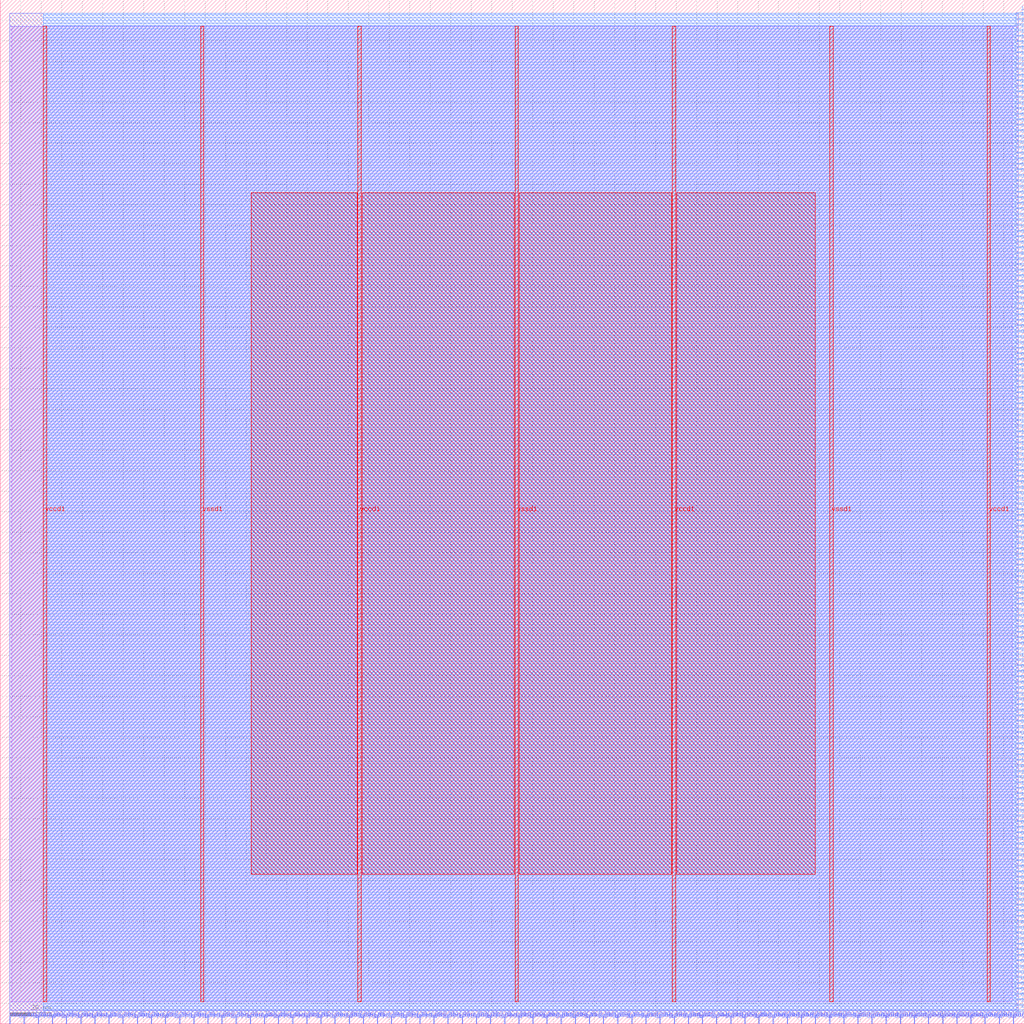
<source format=lef>
VERSION 5.7 ;
  NOWIREEXTENSIONATPIN ON ;
  DIVIDERCHAR "/" ;
  BUSBITCHARS "[]" ;
MACRO core
  CLASS BLOCK ;
  FOREIGN core ;
  ORIGIN 0.000 0.000 ;
  SIZE 500.000 BY 500.000 ;
  PIN dbg_in[0]
    DIRECTION INPUT ;
    USE SIGNAL ;
    PORT
      LAYER met2 ;
        RECT 4.690 0.000 4.970 4.000 ;
    END
  END dbg_in[0]
  PIN dbg_in[1]
    DIRECTION INPUT ;
    USE SIGNAL ;
    PORT
      LAYER met2 ;
        RECT 32.290 0.000 32.570 4.000 ;
    END
  END dbg_in[1]
  PIN dbg_in[2]
    DIRECTION INPUT ;
    USE SIGNAL ;
    PORT
      LAYER met2 ;
        RECT 59.890 0.000 60.170 4.000 ;
    END
  END dbg_in[2]
  PIN dbg_in[3]
    DIRECTION INPUT ;
    USE SIGNAL ;
    PORT
      LAYER met2 ;
        RECT 87.490 0.000 87.770 4.000 ;
    END
  END dbg_in[3]
  PIN dbg_out[0]
    DIRECTION OUTPUT TRISTATE ;
    USE SIGNAL ;
    PORT
      LAYER met2 ;
        RECT 11.590 0.000 11.870 4.000 ;
    END
  END dbg_out[0]
  PIN dbg_out[10]
    DIRECTION OUTPUT TRISTATE ;
    USE SIGNAL ;
    PORT
      LAYER met2 ;
        RECT 239.290 0.000 239.570 4.000 ;
    END
  END dbg_out[10]
  PIN dbg_out[11]
    DIRECTION OUTPUT TRISTATE ;
    USE SIGNAL ;
    PORT
      LAYER met2 ;
        RECT 259.990 0.000 260.270 4.000 ;
    END
  END dbg_out[11]
  PIN dbg_out[12]
    DIRECTION OUTPUT TRISTATE ;
    USE SIGNAL ;
    PORT
      LAYER met2 ;
        RECT 280.690 0.000 280.970 4.000 ;
    END
  END dbg_out[12]
  PIN dbg_out[13]
    DIRECTION OUTPUT TRISTATE ;
    USE SIGNAL ;
    PORT
      LAYER met2 ;
        RECT 301.390 0.000 301.670 4.000 ;
    END
  END dbg_out[13]
  PIN dbg_out[14]
    DIRECTION OUTPUT TRISTATE ;
    USE SIGNAL ;
    PORT
      LAYER met2 ;
        RECT 322.090 0.000 322.370 4.000 ;
    END
  END dbg_out[14]
  PIN dbg_out[15]
    DIRECTION OUTPUT TRISTATE ;
    USE SIGNAL ;
    PORT
      LAYER met2 ;
        RECT 342.790 0.000 343.070 4.000 ;
    END
  END dbg_out[15]
  PIN dbg_out[16]
    DIRECTION OUTPUT TRISTATE ;
    USE SIGNAL ;
    PORT
      LAYER met2 ;
        RECT 363.490 0.000 363.770 4.000 ;
    END
  END dbg_out[16]
  PIN dbg_out[17]
    DIRECTION OUTPUT TRISTATE ;
    USE SIGNAL ;
    PORT
      LAYER met2 ;
        RECT 370.390 0.000 370.670 4.000 ;
    END
  END dbg_out[17]
  PIN dbg_out[18]
    DIRECTION OUTPUT TRISTATE ;
    USE SIGNAL ;
    PORT
      LAYER met2 ;
        RECT 377.290 0.000 377.570 4.000 ;
    END
  END dbg_out[18]
  PIN dbg_out[19]
    DIRECTION OUTPUT TRISTATE ;
    USE SIGNAL ;
    PORT
      LAYER met2 ;
        RECT 384.190 0.000 384.470 4.000 ;
    END
  END dbg_out[19]
  PIN dbg_out[1]
    DIRECTION OUTPUT TRISTATE ;
    USE SIGNAL ;
    PORT
      LAYER met2 ;
        RECT 39.190 0.000 39.470 4.000 ;
    END
  END dbg_out[1]
  PIN dbg_out[20]
    DIRECTION OUTPUT TRISTATE ;
    USE SIGNAL ;
    PORT
      LAYER met2 ;
        RECT 391.090 0.000 391.370 4.000 ;
    END
  END dbg_out[20]
  PIN dbg_out[21]
    DIRECTION OUTPUT TRISTATE ;
    USE SIGNAL ;
    PORT
      LAYER met2 ;
        RECT 397.990 0.000 398.270 4.000 ;
    END
  END dbg_out[21]
  PIN dbg_out[22]
    DIRECTION OUTPUT TRISTATE ;
    USE SIGNAL ;
    PORT
      LAYER met2 ;
        RECT 404.890 0.000 405.170 4.000 ;
    END
  END dbg_out[22]
  PIN dbg_out[23]
    DIRECTION OUTPUT TRISTATE ;
    USE SIGNAL ;
    PORT
      LAYER met2 ;
        RECT 411.790 0.000 412.070 4.000 ;
    END
  END dbg_out[23]
  PIN dbg_out[24]
    DIRECTION OUTPUT TRISTATE ;
    USE SIGNAL ;
    PORT
      LAYER met2 ;
        RECT 418.690 0.000 418.970 4.000 ;
    END
  END dbg_out[24]
  PIN dbg_out[25]
    DIRECTION OUTPUT TRISTATE ;
    USE SIGNAL ;
    PORT
      LAYER met2 ;
        RECT 425.590 0.000 425.870 4.000 ;
    END
  END dbg_out[25]
  PIN dbg_out[26]
    DIRECTION OUTPUT TRISTATE ;
    USE SIGNAL ;
    PORT
      LAYER met2 ;
        RECT 432.490 0.000 432.770 4.000 ;
    END
  END dbg_out[26]
  PIN dbg_out[27]
    DIRECTION OUTPUT TRISTATE ;
    USE SIGNAL ;
    PORT
      LAYER met2 ;
        RECT 439.390 0.000 439.670 4.000 ;
    END
  END dbg_out[27]
  PIN dbg_out[28]
    DIRECTION OUTPUT TRISTATE ;
    USE SIGNAL ;
    PORT
      LAYER met2 ;
        RECT 446.290 0.000 446.570 4.000 ;
    END
  END dbg_out[28]
  PIN dbg_out[29]
    DIRECTION OUTPUT TRISTATE ;
    USE SIGNAL ;
    PORT
      LAYER met2 ;
        RECT 453.190 0.000 453.470 4.000 ;
    END
  END dbg_out[29]
  PIN dbg_out[2]
    DIRECTION OUTPUT TRISTATE ;
    USE SIGNAL ;
    PORT
      LAYER met2 ;
        RECT 66.790 0.000 67.070 4.000 ;
    END
  END dbg_out[2]
  PIN dbg_out[30]
    DIRECTION OUTPUT TRISTATE ;
    USE SIGNAL ;
    PORT
      LAYER met2 ;
        RECT 460.090 0.000 460.370 4.000 ;
    END
  END dbg_out[30]
  PIN dbg_out[31]
    DIRECTION OUTPUT TRISTATE ;
    USE SIGNAL ;
    PORT
      LAYER met2 ;
        RECT 466.990 0.000 467.270 4.000 ;
    END
  END dbg_out[31]
  PIN dbg_out[32]
    DIRECTION OUTPUT TRISTATE ;
    USE SIGNAL ;
    PORT
      LAYER met2 ;
        RECT 473.890 0.000 474.170 4.000 ;
    END
  END dbg_out[32]
  PIN dbg_out[33]
    DIRECTION OUTPUT TRISTATE ;
    USE SIGNAL ;
    PORT
      LAYER met2 ;
        RECT 480.790 0.000 481.070 4.000 ;
    END
  END dbg_out[33]
  PIN dbg_out[34]
    DIRECTION OUTPUT TRISTATE ;
    USE SIGNAL ;
    PORT
      LAYER met2 ;
        RECT 487.690 0.000 487.970 4.000 ;
    END
  END dbg_out[34]
  PIN dbg_out[35]
    DIRECTION OUTPUT TRISTATE ;
    USE SIGNAL ;
    PORT
      LAYER met2 ;
        RECT 494.590 0.000 494.870 4.000 ;
    END
  END dbg_out[35]
  PIN dbg_out[3]
    DIRECTION OUTPUT TRISTATE ;
    USE SIGNAL ;
    PORT
      LAYER met2 ;
        RECT 94.390 0.000 94.670 4.000 ;
    END
  END dbg_out[3]
  PIN dbg_out[4]
    DIRECTION OUTPUT TRISTATE ;
    USE SIGNAL ;
    PORT
      LAYER met2 ;
        RECT 115.090 0.000 115.370 4.000 ;
    END
  END dbg_out[4]
  PIN dbg_out[5]
    DIRECTION OUTPUT TRISTATE ;
    USE SIGNAL ;
    PORT
      LAYER met2 ;
        RECT 135.790 0.000 136.070 4.000 ;
    END
  END dbg_out[5]
  PIN dbg_out[6]
    DIRECTION OUTPUT TRISTATE ;
    USE SIGNAL ;
    PORT
      LAYER met2 ;
        RECT 156.490 0.000 156.770 4.000 ;
    END
  END dbg_out[6]
  PIN dbg_out[7]
    DIRECTION OUTPUT TRISTATE ;
    USE SIGNAL ;
    PORT
      LAYER met2 ;
        RECT 177.190 0.000 177.470 4.000 ;
    END
  END dbg_out[7]
  PIN dbg_out[8]
    DIRECTION OUTPUT TRISTATE ;
    USE SIGNAL ;
    PORT
      LAYER met2 ;
        RECT 197.890 0.000 198.170 4.000 ;
    END
  END dbg_out[8]
  PIN dbg_out[9]
    DIRECTION OUTPUT TRISTATE ;
    USE SIGNAL ;
    PORT
      LAYER met2 ;
        RECT 218.590 0.000 218.870 4.000 ;
    END
  END dbg_out[9]
  PIN dbg_pc[0]
    DIRECTION OUTPUT TRISTATE ;
    USE SIGNAL ;
    PORT
      LAYER met2 ;
        RECT 18.490 0.000 18.770 4.000 ;
    END
  END dbg_pc[0]
  PIN dbg_pc[10]
    DIRECTION OUTPUT TRISTATE ;
    USE SIGNAL ;
    PORT
      LAYER met2 ;
        RECT 246.190 0.000 246.470 4.000 ;
    END
  END dbg_pc[10]
  PIN dbg_pc[11]
    DIRECTION OUTPUT TRISTATE ;
    USE SIGNAL ;
    PORT
      LAYER met2 ;
        RECT 266.890 0.000 267.170 4.000 ;
    END
  END dbg_pc[11]
  PIN dbg_pc[12]
    DIRECTION OUTPUT TRISTATE ;
    USE SIGNAL ;
    PORT
      LAYER met2 ;
        RECT 287.590 0.000 287.870 4.000 ;
    END
  END dbg_pc[12]
  PIN dbg_pc[13]
    DIRECTION OUTPUT TRISTATE ;
    USE SIGNAL ;
    PORT
      LAYER met2 ;
        RECT 308.290 0.000 308.570 4.000 ;
    END
  END dbg_pc[13]
  PIN dbg_pc[14]
    DIRECTION OUTPUT TRISTATE ;
    USE SIGNAL ;
    PORT
      LAYER met2 ;
        RECT 328.990 0.000 329.270 4.000 ;
    END
  END dbg_pc[14]
  PIN dbg_pc[15]
    DIRECTION OUTPUT TRISTATE ;
    USE SIGNAL ;
    PORT
      LAYER met2 ;
        RECT 349.690 0.000 349.970 4.000 ;
    END
  END dbg_pc[15]
  PIN dbg_pc[1]
    DIRECTION OUTPUT TRISTATE ;
    USE SIGNAL ;
    PORT
      LAYER met2 ;
        RECT 46.090 0.000 46.370 4.000 ;
    END
  END dbg_pc[1]
  PIN dbg_pc[2]
    DIRECTION OUTPUT TRISTATE ;
    USE SIGNAL ;
    PORT
      LAYER met2 ;
        RECT 73.690 0.000 73.970 4.000 ;
    END
  END dbg_pc[2]
  PIN dbg_pc[3]
    DIRECTION OUTPUT TRISTATE ;
    USE SIGNAL ;
    PORT
      LAYER met2 ;
        RECT 101.290 0.000 101.570 4.000 ;
    END
  END dbg_pc[3]
  PIN dbg_pc[4]
    DIRECTION OUTPUT TRISTATE ;
    USE SIGNAL ;
    PORT
      LAYER met2 ;
        RECT 121.990 0.000 122.270 4.000 ;
    END
  END dbg_pc[4]
  PIN dbg_pc[5]
    DIRECTION OUTPUT TRISTATE ;
    USE SIGNAL ;
    PORT
      LAYER met2 ;
        RECT 142.690 0.000 142.970 4.000 ;
    END
  END dbg_pc[5]
  PIN dbg_pc[6]
    DIRECTION OUTPUT TRISTATE ;
    USE SIGNAL ;
    PORT
      LAYER met2 ;
        RECT 163.390 0.000 163.670 4.000 ;
    END
  END dbg_pc[6]
  PIN dbg_pc[7]
    DIRECTION OUTPUT TRISTATE ;
    USE SIGNAL ;
    PORT
      LAYER met2 ;
        RECT 184.090 0.000 184.370 4.000 ;
    END
  END dbg_pc[7]
  PIN dbg_pc[8]
    DIRECTION OUTPUT TRISTATE ;
    USE SIGNAL ;
    PORT
      LAYER met2 ;
        RECT 204.790 0.000 205.070 4.000 ;
    END
  END dbg_pc[8]
  PIN dbg_pc[9]
    DIRECTION OUTPUT TRISTATE ;
    USE SIGNAL ;
    PORT
      LAYER met2 ;
        RECT 225.490 0.000 225.770 4.000 ;
    END
  END dbg_pc[9]
  PIN dbg_r0[0]
    DIRECTION OUTPUT TRISTATE ;
    USE SIGNAL ;
    PORT
      LAYER met2 ;
        RECT 25.390 0.000 25.670 4.000 ;
    END
  END dbg_r0[0]
  PIN dbg_r0[10]
    DIRECTION OUTPUT TRISTATE ;
    USE SIGNAL ;
    PORT
      LAYER met2 ;
        RECT 253.090 0.000 253.370 4.000 ;
    END
  END dbg_r0[10]
  PIN dbg_r0[11]
    DIRECTION OUTPUT TRISTATE ;
    USE SIGNAL ;
    PORT
      LAYER met2 ;
        RECT 273.790 0.000 274.070 4.000 ;
    END
  END dbg_r0[11]
  PIN dbg_r0[12]
    DIRECTION OUTPUT TRISTATE ;
    USE SIGNAL ;
    PORT
      LAYER met2 ;
        RECT 294.490 0.000 294.770 4.000 ;
    END
  END dbg_r0[12]
  PIN dbg_r0[13]
    DIRECTION OUTPUT TRISTATE ;
    USE SIGNAL ;
    PORT
      LAYER met2 ;
        RECT 315.190 0.000 315.470 4.000 ;
    END
  END dbg_r0[13]
  PIN dbg_r0[14]
    DIRECTION OUTPUT TRISTATE ;
    USE SIGNAL ;
    PORT
      LAYER met2 ;
        RECT 335.890 0.000 336.170 4.000 ;
    END
  END dbg_r0[14]
  PIN dbg_r0[15]
    DIRECTION OUTPUT TRISTATE ;
    USE SIGNAL ;
    PORT
      LAYER met2 ;
        RECT 356.590 0.000 356.870 4.000 ;
    END
  END dbg_r0[15]
  PIN dbg_r0[1]
    DIRECTION OUTPUT TRISTATE ;
    USE SIGNAL ;
    PORT
      LAYER met2 ;
        RECT 52.990 0.000 53.270 4.000 ;
    END
  END dbg_r0[1]
  PIN dbg_r0[2]
    DIRECTION OUTPUT TRISTATE ;
    USE SIGNAL ;
    PORT
      LAYER met2 ;
        RECT 80.590 0.000 80.870 4.000 ;
    END
  END dbg_r0[2]
  PIN dbg_r0[3]
    DIRECTION OUTPUT TRISTATE ;
    USE SIGNAL ;
    PORT
      LAYER met2 ;
        RECT 108.190 0.000 108.470 4.000 ;
    END
  END dbg_r0[3]
  PIN dbg_r0[4]
    DIRECTION OUTPUT TRISTATE ;
    USE SIGNAL ;
    PORT
      LAYER met2 ;
        RECT 128.890 0.000 129.170 4.000 ;
    END
  END dbg_r0[4]
  PIN dbg_r0[5]
    DIRECTION OUTPUT TRISTATE ;
    USE SIGNAL ;
    PORT
      LAYER met2 ;
        RECT 149.590 0.000 149.870 4.000 ;
    END
  END dbg_r0[5]
  PIN dbg_r0[6]
    DIRECTION OUTPUT TRISTATE ;
    USE SIGNAL ;
    PORT
      LAYER met2 ;
        RECT 170.290 0.000 170.570 4.000 ;
    END
  END dbg_r0[6]
  PIN dbg_r0[7]
    DIRECTION OUTPUT TRISTATE ;
    USE SIGNAL ;
    PORT
      LAYER met2 ;
        RECT 190.990 0.000 191.270 4.000 ;
    END
  END dbg_r0[7]
  PIN dbg_r0[8]
    DIRECTION OUTPUT TRISTATE ;
    USE SIGNAL ;
    PORT
      LAYER met2 ;
        RECT 211.690 0.000 211.970 4.000 ;
    END
  END dbg_r0[8]
  PIN dbg_r0[9]
    DIRECTION OUTPUT TRISTATE ;
    USE SIGNAL ;
    PORT
      LAYER met2 ;
        RECT 232.390 0.000 232.670 4.000 ;
    END
  END dbg_r0[9]
  PIN i_clk
    DIRECTION INPUT ;
    USE SIGNAL ;
    PORT
      LAYER met3 ;
        RECT 496.000 6.160 500.000 6.760 ;
    END
  END i_clk
  PIN i_core_int_sreg[0]
    DIRECTION INPUT ;
    USE SIGNAL ;
    PORT
      LAYER met3 ;
        RECT 496.000 452.240 500.000 452.840 ;
    END
  END i_core_int_sreg[0]
  PIN i_core_int_sreg[10]
    DIRECTION INPUT ;
    USE SIGNAL ;
    PORT
      LAYER met3 ;
        RECT 496.000 479.440 500.000 480.040 ;
    END
  END i_core_int_sreg[10]
  PIN i_core_int_sreg[11]
    DIRECTION INPUT ;
    USE SIGNAL ;
    PORT
      LAYER met3 ;
        RECT 496.000 482.160 500.000 482.760 ;
    END
  END i_core_int_sreg[11]
  PIN i_core_int_sreg[12]
    DIRECTION INPUT ;
    USE SIGNAL ;
    PORT
      LAYER met3 ;
        RECT 496.000 484.880 500.000 485.480 ;
    END
  END i_core_int_sreg[12]
  PIN i_core_int_sreg[13]
    DIRECTION INPUT ;
    USE SIGNAL ;
    PORT
      LAYER met3 ;
        RECT 496.000 487.600 500.000 488.200 ;
    END
  END i_core_int_sreg[13]
  PIN i_core_int_sreg[14]
    DIRECTION INPUT ;
    USE SIGNAL ;
    PORT
      LAYER met3 ;
        RECT 496.000 490.320 500.000 490.920 ;
    END
  END i_core_int_sreg[14]
  PIN i_core_int_sreg[15]
    DIRECTION INPUT ;
    USE SIGNAL ;
    PORT
      LAYER met3 ;
        RECT 496.000 493.040 500.000 493.640 ;
    END
  END i_core_int_sreg[15]
  PIN i_core_int_sreg[1]
    DIRECTION INPUT ;
    USE SIGNAL ;
    PORT
      LAYER met3 ;
        RECT 496.000 454.960 500.000 455.560 ;
    END
  END i_core_int_sreg[1]
  PIN i_core_int_sreg[2]
    DIRECTION INPUT ;
    USE SIGNAL ;
    PORT
      LAYER met3 ;
        RECT 496.000 457.680 500.000 458.280 ;
    END
  END i_core_int_sreg[2]
  PIN i_core_int_sreg[3]
    DIRECTION INPUT ;
    USE SIGNAL ;
    PORT
      LAYER met3 ;
        RECT 496.000 460.400 500.000 461.000 ;
    END
  END i_core_int_sreg[3]
  PIN i_core_int_sreg[4]
    DIRECTION INPUT ;
    USE SIGNAL ;
    PORT
      LAYER met3 ;
        RECT 496.000 463.120 500.000 463.720 ;
    END
  END i_core_int_sreg[4]
  PIN i_core_int_sreg[5]
    DIRECTION INPUT ;
    USE SIGNAL ;
    PORT
      LAYER met3 ;
        RECT 496.000 465.840 500.000 466.440 ;
    END
  END i_core_int_sreg[5]
  PIN i_core_int_sreg[6]
    DIRECTION INPUT ;
    USE SIGNAL ;
    PORT
      LAYER met3 ;
        RECT 496.000 468.560 500.000 469.160 ;
    END
  END i_core_int_sreg[6]
  PIN i_core_int_sreg[7]
    DIRECTION INPUT ;
    USE SIGNAL ;
    PORT
      LAYER met3 ;
        RECT 496.000 471.280 500.000 471.880 ;
    END
  END i_core_int_sreg[7]
  PIN i_core_int_sreg[8]
    DIRECTION INPUT ;
    USE SIGNAL ;
    PORT
      LAYER met3 ;
        RECT 496.000 474.000 500.000 474.600 ;
    END
  END i_core_int_sreg[8]
  PIN i_core_int_sreg[9]
    DIRECTION INPUT ;
    USE SIGNAL ;
    PORT
      LAYER met3 ;
        RECT 496.000 476.720 500.000 477.320 ;
    END
  END i_core_int_sreg[9]
  PIN i_disable
    DIRECTION INPUT ;
    USE SIGNAL ;
    PORT
      LAYER met3 ;
        RECT 496.000 446.800 500.000 447.400 ;
    END
  END i_disable
  PIN i_irq
    DIRECTION INPUT ;
    USE SIGNAL ;
    PORT
      LAYER met3 ;
        RECT 496.000 346.160 500.000 346.760 ;
    END
  END i_irq
  PIN i_mc_core_int
    DIRECTION INPUT ;
    USE SIGNAL ;
    PORT
      LAYER met3 ;
        RECT 496.000 449.520 500.000 450.120 ;
    END
  END i_mc_core_int
  PIN i_mem_ack
    DIRECTION INPUT ;
    USE SIGNAL ;
    PORT
      LAYER met3 ;
        RECT 496.000 174.800 500.000 175.400 ;
    END
  END i_mem_ack
  PIN i_mem_data[0]
    DIRECTION INPUT ;
    USE SIGNAL ;
    PORT
      LAYER met3 ;
        RECT 496.000 76.880 500.000 77.480 ;
    END
  END i_mem_data[0]
  PIN i_mem_data[10]
    DIRECTION INPUT ;
    USE SIGNAL ;
    PORT
      LAYER met3 ;
        RECT 496.000 131.280 500.000 131.880 ;
    END
  END i_mem_data[10]
  PIN i_mem_data[11]
    DIRECTION INPUT ;
    USE SIGNAL ;
    PORT
      LAYER met3 ;
        RECT 496.000 136.720 500.000 137.320 ;
    END
  END i_mem_data[11]
  PIN i_mem_data[12]
    DIRECTION INPUT ;
    USE SIGNAL ;
    PORT
      LAYER met3 ;
        RECT 496.000 142.160 500.000 142.760 ;
    END
  END i_mem_data[12]
  PIN i_mem_data[13]
    DIRECTION INPUT ;
    USE SIGNAL ;
    PORT
      LAYER met3 ;
        RECT 496.000 147.600 500.000 148.200 ;
    END
  END i_mem_data[13]
  PIN i_mem_data[14]
    DIRECTION INPUT ;
    USE SIGNAL ;
    PORT
      LAYER met3 ;
        RECT 496.000 153.040 500.000 153.640 ;
    END
  END i_mem_data[14]
  PIN i_mem_data[15]
    DIRECTION INPUT ;
    USE SIGNAL ;
    PORT
      LAYER met3 ;
        RECT 496.000 158.480 500.000 159.080 ;
    END
  END i_mem_data[15]
  PIN i_mem_data[1]
    DIRECTION INPUT ;
    USE SIGNAL ;
    PORT
      LAYER met3 ;
        RECT 496.000 82.320 500.000 82.920 ;
    END
  END i_mem_data[1]
  PIN i_mem_data[2]
    DIRECTION INPUT ;
    USE SIGNAL ;
    PORT
      LAYER met3 ;
        RECT 496.000 87.760 500.000 88.360 ;
    END
  END i_mem_data[2]
  PIN i_mem_data[3]
    DIRECTION INPUT ;
    USE SIGNAL ;
    PORT
      LAYER met3 ;
        RECT 496.000 93.200 500.000 93.800 ;
    END
  END i_mem_data[3]
  PIN i_mem_data[4]
    DIRECTION INPUT ;
    USE SIGNAL ;
    PORT
      LAYER met3 ;
        RECT 496.000 98.640 500.000 99.240 ;
    END
  END i_mem_data[4]
  PIN i_mem_data[5]
    DIRECTION INPUT ;
    USE SIGNAL ;
    PORT
      LAYER met3 ;
        RECT 496.000 104.080 500.000 104.680 ;
    END
  END i_mem_data[5]
  PIN i_mem_data[6]
    DIRECTION INPUT ;
    USE SIGNAL ;
    PORT
      LAYER met3 ;
        RECT 496.000 109.520 500.000 110.120 ;
    END
  END i_mem_data[6]
  PIN i_mem_data[7]
    DIRECTION INPUT ;
    USE SIGNAL ;
    PORT
      LAYER met3 ;
        RECT 496.000 114.960 500.000 115.560 ;
    END
  END i_mem_data[7]
  PIN i_mem_data[8]
    DIRECTION INPUT ;
    USE SIGNAL ;
    PORT
      LAYER met3 ;
        RECT 496.000 120.400 500.000 121.000 ;
    END
  END i_mem_data[8]
  PIN i_mem_data[9]
    DIRECTION INPUT ;
    USE SIGNAL ;
    PORT
      LAYER met3 ;
        RECT 496.000 125.840 500.000 126.440 ;
    END
  END i_mem_data[9]
  PIN i_mem_exception
    DIRECTION INPUT ;
    USE SIGNAL ;
    PORT
      LAYER met3 ;
        RECT 496.000 177.520 500.000 178.120 ;
    END
  END i_mem_exception
  PIN i_req_data[0]
    DIRECTION INPUT ;
    USE SIGNAL ;
    PORT
      LAYER met3 ;
        RECT 496.000 188.400 500.000 189.000 ;
    END
  END i_req_data[0]
  PIN i_req_data[10]
    DIRECTION INPUT ;
    USE SIGNAL ;
    PORT
      LAYER met3 ;
        RECT 496.000 242.800 500.000 243.400 ;
    END
  END i_req_data[10]
  PIN i_req_data[11]
    DIRECTION INPUT ;
    USE SIGNAL ;
    PORT
      LAYER met3 ;
        RECT 496.000 248.240 500.000 248.840 ;
    END
  END i_req_data[11]
  PIN i_req_data[12]
    DIRECTION INPUT ;
    USE SIGNAL ;
    PORT
      LAYER met3 ;
        RECT 496.000 253.680 500.000 254.280 ;
    END
  END i_req_data[12]
  PIN i_req_data[13]
    DIRECTION INPUT ;
    USE SIGNAL ;
    PORT
      LAYER met3 ;
        RECT 496.000 259.120 500.000 259.720 ;
    END
  END i_req_data[13]
  PIN i_req_data[14]
    DIRECTION INPUT ;
    USE SIGNAL ;
    PORT
      LAYER met3 ;
        RECT 496.000 264.560 500.000 265.160 ;
    END
  END i_req_data[14]
  PIN i_req_data[15]
    DIRECTION INPUT ;
    USE SIGNAL ;
    PORT
      LAYER met3 ;
        RECT 496.000 270.000 500.000 270.600 ;
    END
  END i_req_data[15]
  PIN i_req_data[16]
    DIRECTION INPUT ;
    USE SIGNAL ;
    PORT
      LAYER met3 ;
        RECT 496.000 275.440 500.000 276.040 ;
    END
  END i_req_data[16]
  PIN i_req_data[17]
    DIRECTION INPUT ;
    USE SIGNAL ;
    PORT
      LAYER met3 ;
        RECT 496.000 278.160 500.000 278.760 ;
    END
  END i_req_data[17]
  PIN i_req_data[18]
    DIRECTION INPUT ;
    USE SIGNAL ;
    PORT
      LAYER met3 ;
        RECT 496.000 280.880 500.000 281.480 ;
    END
  END i_req_data[18]
  PIN i_req_data[19]
    DIRECTION INPUT ;
    USE SIGNAL ;
    PORT
      LAYER met3 ;
        RECT 496.000 283.600 500.000 284.200 ;
    END
  END i_req_data[19]
  PIN i_req_data[1]
    DIRECTION INPUT ;
    USE SIGNAL ;
    PORT
      LAYER met3 ;
        RECT 496.000 193.840 500.000 194.440 ;
    END
  END i_req_data[1]
  PIN i_req_data[20]
    DIRECTION INPUT ;
    USE SIGNAL ;
    PORT
      LAYER met3 ;
        RECT 496.000 286.320 500.000 286.920 ;
    END
  END i_req_data[20]
  PIN i_req_data[21]
    DIRECTION INPUT ;
    USE SIGNAL ;
    PORT
      LAYER met3 ;
        RECT 496.000 289.040 500.000 289.640 ;
    END
  END i_req_data[21]
  PIN i_req_data[22]
    DIRECTION INPUT ;
    USE SIGNAL ;
    PORT
      LAYER met3 ;
        RECT 496.000 291.760 500.000 292.360 ;
    END
  END i_req_data[22]
  PIN i_req_data[23]
    DIRECTION INPUT ;
    USE SIGNAL ;
    PORT
      LAYER met3 ;
        RECT 496.000 294.480 500.000 295.080 ;
    END
  END i_req_data[23]
  PIN i_req_data[24]
    DIRECTION INPUT ;
    USE SIGNAL ;
    PORT
      LAYER met3 ;
        RECT 496.000 297.200 500.000 297.800 ;
    END
  END i_req_data[24]
  PIN i_req_data[25]
    DIRECTION INPUT ;
    USE SIGNAL ;
    PORT
      LAYER met3 ;
        RECT 496.000 299.920 500.000 300.520 ;
    END
  END i_req_data[25]
  PIN i_req_data[26]
    DIRECTION INPUT ;
    USE SIGNAL ;
    PORT
      LAYER met3 ;
        RECT 496.000 302.640 500.000 303.240 ;
    END
  END i_req_data[26]
  PIN i_req_data[27]
    DIRECTION INPUT ;
    USE SIGNAL ;
    PORT
      LAYER met3 ;
        RECT 496.000 305.360 500.000 305.960 ;
    END
  END i_req_data[27]
  PIN i_req_data[28]
    DIRECTION INPUT ;
    USE SIGNAL ;
    PORT
      LAYER met3 ;
        RECT 496.000 308.080 500.000 308.680 ;
    END
  END i_req_data[28]
  PIN i_req_data[29]
    DIRECTION INPUT ;
    USE SIGNAL ;
    PORT
      LAYER met3 ;
        RECT 496.000 310.800 500.000 311.400 ;
    END
  END i_req_data[29]
  PIN i_req_data[2]
    DIRECTION INPUT ;
    USE SIGNAL ;
    PORT
      LAYER met3 ;
        RECT 496.000 199.280 500.000 199.880 ;
    END
  END i_req_data[2]
  PIN i_req_data[30]
    DIRECTION INPUT ;
    USE SIGNAL ;
    PORT
      LAYER met3 ;
        RECT 496.000 313.520 500.000 314.120 ;
    END
  END i_req_data[30]
  PIN i_req_data[31]
    DIRECTION INPUT ;
    USE SIGNAL ;
    PORT
      LAYER met3 ;
        RECT 496.000 316.240 500.000 316.840 ;
    END
  END i_req_data[31]
  PIN i_req_data[3]
    DIRECTION INPUT ;
    USE SIGNAL ;
    PORT
      LAYER met3 ;
        RECT 496.000 204.720 500.000 205.320 ;
    END
  END i_req_data[3]
  PIN i_req_data[4]
    DIRECTION INPUT ;
    USE SIGNAL ;
    PORT
      LAYER met3 ;
        RECT 496.000 210.160 500.000 210.760 ;
    END
  END i_req_data[4]
  PIN i_req_data[5]
    DIRECTION INPUT ;
    USE SIGNAL ;
    PORT
      LAYER met3 ;
        RECT 496.000 215.600 500.000 216.200 ;
    END
  END i_req_data[5]
  PIN i_req_data[6]
    DIRECTION INPUT ;
    USE SIGNAL ;
    PORT
      LAYER met3 ;
        RECT 496.000 221.040 500.000 221.640 ;
    END
  END i_req_data[6]
  PIN i_req_data[7]
    DIRECTION INPUT ;
    USE SIGNAL ;
    PORT
      LAYER met3 ;
        RECT 496.000 226.480 500.000 227.080 ;
    END
  END i_req_data[7]
  PIN i_req_data[8]
    DIRECTION INPUT ;
    USE SIGNAL ;
    PORT
      LAYER met3 ;
        RECT 496.000 231.920 500.000 232.520 ;
    END
  END i_req_data[8]
  PIN i_req_data[9]
    DIRECTION INPUT ;
    USE SIGNAL ;
    PORT
      LAYER met3 ;
        RECT 496.000 237.360 500.000 237.960 ;
    END
  END i_req_data[9]
  PIN i_req_data_valid
    DIRECTION INPUT ;
    USE SIGNAL ;
    PORT
      LAYER met3 ;
        RECT 496.000 180.240 500.000 180.840 ;
    END
  END i_req_data_valid
  PIN i_rst
    DIRECTION INPUT ;
    USE SIGNAL ;
    PORT
      LAYER met3 ;
        RECT 496.000 8.880 500.000 9.480 ;
    END
  END i_rst
  PIN o_c_data_page
    DIRECTION OUTPUT TRISTATE ;
    USE SIGNAL ;
    PORT
      LAYER met3 ;
        RECT 496.000 348.880 500.000 349.480 ;
    END
  END o_c_data_page
  PIN o_c_instr_long
    DIRECTION OUTPUT TRISTATE ;
    USE SIGNAL ;
    PORT
      LAYER met3 ;
        RECT 496.000 318.960 500.000 319.560 ;
    END
  END o_c_instr_long
  PIN o_c_instr_page
    DIRECTION OUTPUT TRISTATE ;
    USE SIGNAL ;
    PORT
      LAYER met3 ;
        RECT 496.000 351.600 500.000 352.200 ;
    END
  END o_c_instr_page
  PIN o_icache_flush
    DIRECTION OUTPUT TRISTATE ;
    USE SIGNAL ;
    PORT
      LAYER met3 ;
        RECT 496.000 444.080 500.000 444.680 ;
    END
  END o_icache_flush
  PIN o_instr_long_addr[0]
    DIRECTION OUTPUT TRISTATE ;
    USE SIGNAL ;
    PORT
      LAYER met3 ;
        RECT 496.000 324.400 500.000 325.000 ;
    END
  END o_instr_long_addr[0]
  PIN o_instr_long_addr[1]
    DIRECTION OUTPUT TRISTATE ;
    USE SIGNAL ;
    PORT
      LAYER met3 ;
        RECT 496.000 327.120 500.000 327.720 ;
    END
  END o_instr_long_addr[1]
  PIN o_instr_long_addr[2]
    DIRECTION OUTPUT TRISTATE ;
    USE SIGNAL ;
    PORT
      LAYER met3 ;
        RECT 496.000 329.840 500.000 330.440 ;
    END
  END o_instr_long_addr[2]
  PIN o_instr_long_addr[3]
    DIRECTION OUTPUT TRISTATE ;
    USE SIGNAL ;
    PORT
      LAYER met3 ;
        RECT 496.000 332.560 500.000 333.160 ;
    END
  END o_instr_long_addr[3]
  PIN o_instr_long_addr[4]
    DIRECTION OUTPUT TRISTATE ;
    USE SIGNAL ;
    PORT
      LAYER met3 ;
        RECT 496.000 335.280 500.000 335.880 ;
    END
  END o_instr_long_addr[4]
  PIN o_instr_long_addr[5]
    DIRECTION OUTPUT TRISTATE ;
    USE SIGNAL ;
    PORT
      LAYER met3 ;
        RECT 496.000 338.000 500.000 338.600 ;
    END
  END o_instr_long_addr[5]
  PIN o_instr_long_addr[6]
    DIRECTION OUTPUT TRISTATE ;
    USE SIGNAL ;
    PORT
      LAYER met3 ;
        RECT 496.000 340.720 500.000 341.320 ;
    END
  END o_instr_long_addr[6]
  PIN o_instr_long_addr[7]
    DIRECTION OUTPUT TRISTATE ;
    USE SIGNAL ;
    PORT
      LAYER met3 ;
        RECT 496.000 343.440 500.000 344.040 ;
    END
  END o_instr_long_addr[7]
  PIN o_mem_addr[0]
    DIRECTION OUTPUT TRISTATE ;
    USE SIGNAL ;
    PORT
      LAYER met3 ;
        RECT 496.000 11.600 500.000 12.200 ;
    END
  END o_mem_addr[0]
  PIN o_mem_addr[10]
    DIRECTION OUTPUT TRISTATE ;
    USE SIGNAL ;
    PORT
      LAYER met3 ;
        RECT 496.000 60.560 500.000 61.160 ;
    END
  END o_mem_addr[10]
  PIN o_mem_addr[11]
    DIRECTION OUTPUT TRISTATE ;
    USE SIGNAL ;
    PORT
      LAYER met3 ;
        RECT 496.000 63.280 500.000 63.880 ;
    END
  END o_mem_addr[11]
  PIN o_mem_addr[12]
    DIRECTION OUTPUT TRISTATE ;
    USE SIGNAL ;
    PORT
      LAYER met3 ;
        RECT 496.000 66.000 500.000 66.600 ;
    END
  END o_mem_addr[12]
  PIN o_mem_addr[13]
    DIRECTION OUTPUT TRISTATE ;
    USE SIGNAL ;
    PORT
      LAYER met3 ;
        RECT 496.000 68.720 500.000 69.320 ;
    END
  END o_mem_addr[13]
  PIN o_mem_addr[14]
    DIRECTION OUTPUT TRISTATE ;
    USE SIGNAL ;
    PORT
      LAYER met3 ;
        RECT 496.000 71.440 500.000 72.040 ;
    END
  END o_mem_addr[14]
  PIN o_mem_addr[15]
    DIRECTION OUTPUT TRISTATE ;
    USE SIGNAL ;
    PORT
      LAYER met3 ;
        RECT 496.000 74.160 500.000 74.760 ;
    END
  END o_mem_addr[15]
  PIN o_mem_addr[1]
    DIRECTION OUTPUT TRISTATE ;
    USE SIGNAL ;
    PORT
      LAYER met3 ;
        RECT 496.000 17.040 500.000 17.640 ;
    END
  END o_mem_addr[1]
  PIN o_mem_addr[2]
    DIRECTION OUTPUT TRISTATE ;
    USE SIGNAL ;
    PORT
      LAYER met3 ;
        RECT 496.000 22.480 500.000 23.080 ;
    END
  END o_mem_addr[2]
  PIN o_mem_addr[3]
    DIRECTION OUTPUT TRISTATE ;
    USE SIGNAL ;
    PORT
      LAYER met3 ;
        RECT 496.000 27.920 500.000 28.520 ;
    END
  END o_mem_addr[3]
  PIN o_mem_addr[4]
    DIRECTION OUTPUT TRISTATE ;
    USE SIGNAL ;
    PORT
      LAYER met3 ;
        RECT 496.000 33.360 500.000 33.960 ;
    END
  END o_mem_addr[4]
  PIN o_mem_addr[5]
    DIRECTION OUTPUT TRISTATE ;
    USE SIGNAL ;
    PORT
      LAYER met3 ;
        RECT 496.000 38.800 500.000 39.400 ;
    END
  END o_mem_addr[5]
  PIN o_mem_addr[6]
    DIRECTION OUTPUT TRISTATE ;
    USE SIGNAL ;
    PORT
      LAYER met3 ;
        RECT 496.000 44.240 500.000 44.840 ;
    END
  END o_mem_addr[6]
  PIN o_mem_addr[7]
    DIRECTION OUTPUT TRISTATE ;
    USE SIGNAL ;
    PORT
      LAYER met3 ;
        RECT 496.000 49.680 500.000 50.280 ;
    END
  END o_mem_addr[7]
  PIN o_mem_addr[8]
    DIRECTION OUTPUT TRISTATE ;
    USE SIGNAL ;
    PORT
      LAYER met3 ;
        RECT 496.000 55.120 500.000 55.720 ;
    END
  END o_mem_addr[8]
  PIN o_mem_addr[9]
    DIRECTION OUTPUT TRISTATE ;
    USE SIGNAL ;
    PORT
      LAYER met3 ;
        RECT 496.000 57.840 500.000 58.440 ;
    END
  END o_mem_addr[9]
  PIN o_mem_addr_high[0]
    DIRECTION OUTPUT TRISTATE ;
    USE SIGNAL ;
    PORT
      LAYER met3 ;
        RECT 496.000 14.320 500.000 14.920 ;
    END
  END o_mem_addr_high[0]
  PIN o_mem_addr_high[1]
    DIRECTION OUTPUT TRISTATE ;
    USE SIGNAL ;
    PORT
      LAYER met3 ;
        RECT 496.000 19.760 500.000 20.360 ;
    END
  END o_mem_addr_high[1]
  PIN o_mem_addr_high[2]
    DIRECTION OUTPUT TRISTATE ;
    USE SIGNAL ;
    PORT
      LAYER met3 ;
        RECT 496.000 25.200 500.000 25.800 ;
    END
  END o_mem_addr_high[2]
  PIN o_mem_addr_high[3]
    DIRECTION OUTPUT TRISTATE ;
    USE SIGNAL ;
    PORT
      LAYER met3 ;
        RECT 496.000 30.640 500.000 31.240 ;
    END
  END o_mem_addr_high[3]
  PIN o_mem_addr_high[4]
    DIRECTION OUTPUT TRISTATE ;
    USE SIGNAL ;
    PORT
      LAYER met3 ;
        RECT 496.000 36.080 500.000 36.680 ;
    END
  END o_mem_addr_high[4]
  PIN o_mem_addr_high[5]
    DIRECTION OUTPUT TRISTATE ;
    USE SIGNAL ;
    PORT
      LAYER met3 ;
        RECT 496.000 41.520 500.000 42.120 ;
    END
  END o_mem_addr_high[5]
  PIN o_mem_addr_high[6]
    DIRECTION OUTPUT TRISTATE ;
    USE SIGNAL ;
    PORT
      LAYER met3 ;
        RECT 496.000 46.960 500.000 47.560 ;
    END
  END o_mem_addr_high[6]
  PIN o_mem_addr_high[7]
    DIRECTION OUTPUT TRISTATE ;
    USE SIGNAL ;
    PORT
      LAYER met3 ;
        RECT 496.000 52.400 500.000 53.000 ;
    END
  END o_mem_addr_high[7]
  PIN o_mem_data[0]
    DIRECTION OUTPUT TRISTATE ;
    USE SIGNAL ;
    PORT
      LAYER met3 ;
        RECT 496.000 79.600 500.000 80.200 ;
    END
  END o_mem_data[0]
  PIN o_mem_data[10]
    DIRECTION OUTPUT TRISTATE ;
    USE SIGNAL ;
    PORT
      LAYER met3 ;
        RECT 496.000 134.000 500.000 134.600 ;
    END
  END o_mem_data[10]
  PIN o_mem_data[11]
    DIRECTION OUTPUT TRISTATE ;
    USE SIGNAL ;
    PORT
      LAYER met3 ;
        RECT 496.000 139.440 500.000 140.040 ;
    END
  END o_mem_data[11]
  PIN o_mem_data[12]
    DIRECTION OUTPUT TRISTATE ;
    USE SIGNAL ;
    PORT
      LAYER met3 ;
        RECT 496.000 144.880 500.000 145.480 ;
    END
  END o_mem_data[12]
  PIN o_mem_data[13]
    DIRECTION OUTPUT TRISTATE ;
    USE SIGNAL ;
    PORT
      LAYER met3 ;
        RECT 496.000 150.320 500.000 150.920 ;
    END
  END o_mem_data[13]
  PIN o_mem_data[14]
    DIRECTION OUTPUT TRISTATE ;
    USE SIGNAL ;
    PORT
      LAYER met3 ;
        RECT 496.000 155.760 500.000 156.360 ;
    END
  END o_mem_data[14]
  PIN o_mem_data[15]
    DIRECTION OUTPUT TRISTATE ;
    USE SIGNAL ;
    PORT
      LAYER met3 ;
        RECT 496.000 161.200 500.000 161.800 ;
    END
  END o_mem_data[15]
  PIN o_mem_data[1]
    DIRECTION OUTPUT TRISTATE ;
    USE SIGNAL ;
    PORT
      LAYER met3 ;
        RECT 496.000 85.040 500.000 85.640 ;
    END
  END o_mem_data[1]
  PIN o_mem_data[2]
    DIRECTION OUTPUT TRISTATE ;
    USE SIGNAL ;
    PORT
      LAYER met3 ;
        RECT 496.000 90.480 500.000 91.080 ;
    END
  END o_mem_data[2]
  PIN o_mem_data[3]
    DIRECTION OUTPUT TRISTATE ;
    USE SIGNAL ;
    PORT
      LAYER met3 ;
        RECT 496.000 95.920 500.000 96.520 ;
    END
  END o_mem_data[3]
  PIN o_mem_data[4]
    DIRECTION OUTPUT TRISTATE ;
    USE SIGNAL ;
    PORT
      LAYER met3 ;
        RECT 496.000 101.360 500.000 101.960 ;
    END
  END o_mem_data[4]
  PIN o_mem_data[5]
    DIRECTION OUTPUT TRISTATE ;
    USE SIGNAL ;
    PORT
      LAYER met3 ;
        RECT 496.000 106.800 500.000 107.400 ;
    END
  END o_mem_data[5]
  PIN o_mem_data[6]
    DIRECTION OUTPUT TRISTATE ;
    USE SIGNAL ;
    PORT
      LAYER met3 ;
        RECT 496.000 112.240 500.000 112.840 ;
    END
  END o_mem_data[6]
  PIN o_mem_data[7]
    DIRECTION OUTPUT TRISTATE ;
    USE SIGNAL ;
    PORT
      LAYER met3 ;
        RECT 496.000 117.680 500.000 118.280 ;
    END
  END o_mem_data[7]
  PIN o_mem_data[8]
    DIRECTION OUTPUT TRISTATE ;
    USE SIGNAL ;
    PORT
      LAYER met3 ;
        RECT 496.000 123.120 500.000 123.720 ;
    END
  END o_mem_data[8]
  PIN o_mem_data[9]
    DIRECTION OUTPUT TRISTATE ;
    USE SIGNAL ;
    PORT
      LAYER met3 ;
        RECT 496.000 128.560 500.000 129.160 ;
    END
  END o_mem_data[9]
  PIN o_mem_long
    DIRECTION OUTPUT TRISTATE ;
    USE SIGNAL ;
    PORT
      LAYER met3 ;
        RECT 496.000 321.680 500.000 322.280 ;
    END
  END o_mem_long
  PIN o_mem_req
    DIRECTION OUTPUT TRISTATE ;
    USE SIGNAL ;
    PORT
      LAYER met3 ;
        RECT 496.000 163.920 500.000 164.520 ;
    END
  END o_mem_req
  PIN o_mem_sel[0]
    DIRECTION OUTPUT TRISTATE ;
    USE SIGNAL ;
    PORT
      LAYER met3 ;
        RECT 496.000 169.360 500.000 169.960 ;
    END
  END o_mem_sel[0]
  PIN o_mem_sel[1]
    DIRECTION OUTPUT TRISTATE ;
    USE SIGNAL ;
    PORT
      LAYER met3 ;
        RECT 496.000 172.080 500.000 172.680 ;
    END
  END o_mem_sel[1]
  PIN o_mem_we
    DIRECTION OUTPUT TRISTATE ;
    USE SIGNAL ;
    PORT
      LAYER met3 ;
        RECT 496.000 166.640 500.000 167.240 ;
    END
  END o_mem_we
  PIN o_req_active
    DIRECTION OUTPUT TRISTATE ;
    USE SIGNAL ;
    PORT
      LAYER met3 ;
        RECT 496.000 182.960 500.000 183.560 ;
    END
  END o_req_active
  PIN o_req_addr[0]
    DIRECTION OUTPUT TRISTATE ;
    USE SIGNAL ;
    PORT
      LAYER met3 ;
        RECT 496.000 191.120 500.000 191.720 ;
    END
  END o_req_addr[0]
  PIN o_req_addr[10]
    DIRECTION OUTPUT TRISTATE ;
    USE SIGNAL ;
    PORT
      LAYER met3 ;
        RECT 496.000 245.520 500.000 246.120 ;
    END
  END o_req_addr[10]
  PIN o_req_addr[11]
    DIRECTION OUTPUT TRISTATE ;
    USE SIGNAL ;
    PORT
      LAYER met3 ;
        RECT 496.000 250.960 500.000 251.560 ;
    END
  END o_req_addr[11]
  PIN o_req_addr[12]
    DIRECTION OUTPUT TRISTATE ;
    USE SIGNAL ;
    PORT
      LAYER met3 ;
        RECT 496.000 256.400 500.000 257.000 ;
    END
  END o_req_addr[12]
  PIN o_req_addr[13]
    DIRECTION OUTPUT TRISTATE ;
    USE SIGNAL ;
    PORT
      LAYER met3 ;
        RECT 496.000 261.840 500.000 262.440 ;
    END
  END o_req_addr[13]
  PIN o_req_addr[14]
    DIRECTION OUTPUT TRISTATE ;
    USE SIGNAL ;
    PORT
      LAYER met3 ;
        RECT 496.000 267.280 500.000 267.880 ;
    END
  END o_req_addr[14]
  PIN o_req_addr[15]
    DIRECTION OUTPUT TRISTATE ;
    USE SIGNAL ;
    PORT
      LAYER met3 ;
        RECT 496.000 272.720 500.000 273.320 ;
    END
  END o_req_addr[15]
  PIN o_req_addr[1]
    DIRECTION OUTPUT TRISTATE ;
    USE SIGNAL ;
    PORT
      LAYER met3 ;
        RECT 496.000 196.560 500.000 197.160 ;
    END
  END o_req_addr[1]
  PIN o_req_addr[2]
    DIRECTION OUTPUT TRISTATE ;
    USE SIGNAL ;
    PORT
      LAYER met3 ;
        RECT 496.000 202.000 500.000 202.600 ;
    END
  END o_req_addr[2]
  PIN o_req_addr[3]
    DIRECTION OUTPUT TRISTATE ;
    USE SIGNAL ;
    PORT
      LAYER met3 ;
        RECT 496.000 207.440 500.000 208.040 ;
    END
  END o_req_addr[3]
  PIN o_req_addr[4]
    DIRECTION OUTPUT TRISTATE ;
    USE SIGNAL ;
    PORT
      LAYER met3 ;
        RECT 496.000 212.880 500.000 213.480 ;
    END
  END o_req_addr[4]
  PIN o_req_addr[5]
    DIRECTION OUTPUT TRISTATE ;
    USE SIGNAL ;
    PORT
      LAYER met3 ;
        RECT 496.000 218.320 500.000 218.920 ;
    END
  END o_req_addr[5]
  PIN o_req_addr[6]
    DIRECTION OUTPUT TRISTATE ;
    USE SIGNAL ;
    PORT
      LAYER met3 ;
        RECT 496.000 223.760 500.000 224.360 ;
    END
  END o_req_addr[6]
  PIN o_req_addr[7]
    DIRECTION OUTPUT TRISTATE ;
    USE SIGNAL ;
    PORT
      LAYER met3 ;
        RECT 496.000 229.200 500.000 229.800 ;
    END
  END o_req_addr[7]
  PIN o_req_addr[8]
    DIRECTION OUTPUT TRISTATE ;
    USE SIGNAL ;
    PORT
      LAYER met3 ;
        RECT 496.000 234.640 500.000 235.240 ;
    END
  END o_req_addr[8]
  PIN o_req_addr[9]
    DIRECTION OUTPUT TRISTATE ;
    USE SIGNAL ;
    PORT
      LAYER met3 ;
        RECT 496.000 240.080 500.000 240.680 ;
    END
  END o_req_addr[9]
  PIN o_req_ppl_submit
    DIRECTION OUTPUT TRISTATE ;
    USE SIGNAL ;
    PORT
      LAYER met3 ;
        RECT 496.000 185.680 500.000 186.280 ;
    END
  END o_req_ppl_submit
  PIN sr_bus_addr[0]
    DIRECTION OUTPUT TRISTATE ;
    USE SIGNAL ;
    PORT
      LAYER met3 ;
        RECT 496.000 357.040 500.000 357.640 ;
    END
  END sr_bus_addr[0]
  PIN sr_bus_addr[10]
    DIRECTION OUTPUT TRISTATE ;
    USE SIGNAL ;
    PORT
      LAYER met3 ;
        RECT 496.000 411.440 500.000 412.040 ;
    END
  END sr_bus_addr[10]
  PIN sr_bus_addr[11]
    DIRECTION OUTPUT TRISTATE ;
    USE SIGNAL ;
    PORT
      LAYER met3 ;
        RECT 496.000 416.880 500.000 417.480 ;
    END
  END sr_bus_addr[11]
  PIN sr_bus_addr[12]
    DIRECTION OUTPUT TRISTATE ;
    USE SIGNAL ;
    PORT
      LAYER met3 ;
        RECT 496.000 422.320 500.000 422.920 ;
    END
  END sr_bus_addr[12]
  PIN sr_bus_addr[13]
    DIRECTION OUTPUT TRISTATE ;
    USE SIGNAL ;
    PORT
      LAYER met3 ;
        RECT 496.000 427.760 500.000 428.360 ;
    END
  END sr_bus_addr[13]
  PIN sr_bus_addr[14]
    DIRECTION OUTPUT TRISTATE ;
    USE SIGNAL ;
    PORT
      LAYER met3 ;
        RECT 496.000 433.200 500.000 433.800 ;
    END
  END sr_bus_addr[14]
  PIN sr_bus_addr[15]
    DIRECTION OUTPUT TRISTATE ;
    USE SIGNAL ;
    PORT
      LAYER met3 ;
        RECT 496.000 438.640 500.000 439.240 ;
    END
  END sr_bus_addr[15]
  PIN sr_bus_addr[1]
    DIRECTION OUTPUT TRISTATE ;
    USE SIGNAL ;
    PORT
      LAYER met3 ;
        RECT 496.000 362.480 500.000 363.080 ;
    END
  END sr_bus_addr[1]
  PIN sr_bus_addr[2]
    DIRECTION OUTPUT TRISTATE ;
    USE SIGNAL ;
    PORT
      LAYER met3 ;
        RECT 496.000 367.920 500.000 368.520 ;
    END
  END sr_bus_addr[2]
  PIN sr_bus_addr[3]
    DIRECTION OUTPUT TRISTATE ;
    USE SIGNAL ;
    PORT
      LAYER met3 ;
        RECT 496.000 373.360 500.000 373.960 ;
    END
  END sr_bus_addr[3]
  PIN sr_bus_addr[4]
    DIRECTION OUTPUT TRISTATE ;
    USE SIGNAL ;
    PORT
      LAYER met3 ;
        RECT 496.000 378.800 500.000 379.400 ;
    END
  END sr_bus_addr[4]
  PIN sr_bus_addr[5]
    DIRECTION OUTPUT TRISTATE ;
    USE SIGNAL ;
    PORT
      LAYER met3 ;
        RECT 496.000 384.240 500.000 384.840 ;
    END
  END sr_bus_addr[5]
  PIN sr_bus_addr[6]
    DIRECTION OUTPUT TRISTATE ;
    USE SIGNAL ;
    PORT
      LAYER met3 ;
        RECT 496.000 389.680 500.000 390.280 ;
    END
  END sr_bus_addr[6]
  PIN sr_bus_addr[7]
    DIRECTION OUTPUT TRISTATE ;
    USE SIGNAL ;
    PORT
      LAYER met3 ;
        RECT 496.000 395.120 500.000 395.720 ;
    END
  END sr_bus_addr[7]
  PIN sr_bus_addr[8]
    DIRECTION OUTPUT TRISTATE ;
    USE SIGNAL ;
    PORT
      LAYER met3 ;
        RECT 496.000 400.560 500.000 401.160 ;
    END
  END sr_bus_addr[8]
  PIN sr_bus_addr[9]
    DIRECTION OUTPUT TRISTATE ;
    USE SIGNAL ;
    PORT
      LAYER met3 ;
        RECT 496.000 406.000 500.000 406.600 ;
    END
  END sr_bus_addr[9]
  PIN sr_bus_data_o[0]
    DIRECTION OUTPUT TRISTATE ;
    USE SIGNAL ;
    PORT
      LAYER met3 ;
        RECT 496.000 359.760 500.000 360.360 ;
    END
  END sr_bus_data_o[0]
  PIN sr_bus_data_o[10]
    DIRECTION OUTPUT TRISTATE ;
    USE SIGNAL ;
    PORT
      LAYER met3 ;
        RECT 496.000 414.160 500.000 414.760 ;
    END
  END sr_bus_data_o[10]
  PIN sr_bus_data_o[11]
    DIRECTION OUTPUT TRISTATE ;
    USE SIGNAL ;
    PORT
      LAYER met3 ;
        RECT 496.000 419.600 500.000 420.200 ;
    END
  END sr_bus_data_o[11]
  PIN sr_bus_data_o[12]
    DIRECTION OUTPUT TRISTATE ;
    USE SIGNAL ;
    PORT
      LAYER met3 ;
        RECT 496.000 425.040 500.000 425.640 ;
    END
  END sr_bus_data_o[12]
  PIN sr_bus_data_o[13]
    DIRECTION OUTPUT TRISTATE ;
    USE SIGNAL ;
    PORT
      LAYER met3 ;
        RECT 496.000 430.480 500.000 431.080 ;
    END
  END sr_bus_data_o[13]
  PIN sr_bus_data_o[14]
    DIRECTION OUTPUT TRISTATE ;
    USE SIGNAL ;
    PORT
      LAYER met3 ;
        RECT 496.000 435.920 500.000 436.520 ;
    END
  END sr_bus_data_o[14]
  PIN sr_bus_data_o[15]
    DIRECTION OUTPUT TRISTATE ;
    USE SIGNAL ;
    PORT
      LAYER met3 ;
        RECT 496.000 441.360 500.000 441.960 ;
    END
  END sr_bus_data_o[15]
  PIN sr_bus_data_o[1]
    DIRECTION OUTPUT TRISTATE ;
    USE SIGNAL ;
    PORT
      LAYER met3 ;
        RECT 496.000 365.200 500.000 365.800 ;
    END
  END sr_bus_data_o[1]
  PIN sr_bus_data_o[2]
    DIRECTION OUTPUT TRISTATE ;
    USE SIGNAL ;
    PORT
      LAYER met3 ;
        RECT 496.000 370.640 500.000 371.240 ;
    END
  END sr_bus_data_o[2]
  PIN sr_bus_data_o[3]
    DIRECTION OUTPUT TRISTATE ;
    USE SIGNAL ;
    PORT
      LAYER met3 ;
        RECT 496.000 376.080 500.000 376.680 ;
    END
  END sr_bus_data_o[3]
  PIN sr_bus_data_o[4]
    DIRECTION OUTPUT TRISTATE ;
    USE SIGNAL ;
    PORT
      LAYER met3 ;
        RECT 496.000 381.520 500.000 382.120 ;
    END
  END sr_bus_data_o[4]
  PIN sr_bus_data_o[5]
    DIRECTION OUTPUT TRISTATE ;
    USE SIGNAL ;
    PORT
      LAYER met3 ;
        RECT 496.000 386.960 500.000 387.560 ;
    END
  END sr_bus_data_o[5]
  PIN sr_bus_data_o[6]
    DIRECTION OUTPUT TRISTATE ;
    USE SIGNAL ;
    PORT
      LAYER met3 ;
        RECT 496.000 392.400 500.000 393.000 ;
    END
  END sr_bus_data_o[6]
  PIN sr_bus_data_o[7]
    DIRECTION OUTPUT TRISTATE ;
    USE SIGNAL ;
    PORT
      LAYER met3 ;
        RECT 496.000 397.840 500.000 398.440 ;
    END
  END sr_bus_data_o[7]
  PIN sr_bus_data_o[8]
    DIRECTION OUTPUT TRISTATE ;
    USE SIGNAL ;
    PORT
      LAYER met3 ;
        RECT 496.000 403.280 500.000 403.880 ;
    END
  END sr_bus_data_o[8]
  PIN sr_bus_data_o[9]
    DIRECTION OUTPUT TRISTATE ;
    USE SIGNAL ;
    PORT
      LAYER met3 ;
        RECT 496.000 408.720 500.000 409.320 ;
    END
  END sr_bus_data_o[9]
  PIN sr_bus_we
    DIRECTION OUTPUT TRISTATE ;
    USE SIGNAL ;
    PORT
      LAYER met3 ;
        RECT 496.000 354.320 500.000 354.920 ;
    END
  END sr_bus_we
  PIN vccd1
    DIRECTION INOUT ;
    USE POWER ;
    PORT
      LAYER met4 ;
        RECT 21.040 10.640 22.640 487.120 ;
    END
    PORT
      LAYER met4 ;
        RECT 174.640 10.640 176.240 487.120 ;
    END
    PORT
      LAYER met4 ;
        RECT 328.240 10.640 329.840 487.120 ;
    END
    PORT
      LAYER met4 ;
        RECT 481.840 10.640 483.440 487.120 ;
    END
  END vccd1
  PIN vssd1
    DIRECTION INOUT ;
    USE GROUND ;
    PORT
      LAYER met4 ;
        RECT 97.840 10.640 99.440 487.120 ;
    END
    PORT
      LAYER met4 ;
        RECT 251.440 10.640 253.040 487.120 ;
    END
    PORT
      LAYER met4 ;
        RECT 405.040 10.640 406.640 487.120 ;
    END
  END vssd1
  OBS
      LAYER li1 ;
        RECT 5.520 10.795 494.040 486.965 ;
      LAYER met1 ;
        RECT 4.670 6.500 497.190 487.120 ;
      LAYER met2 ;
        RECT 4.700 4.280 497.160 493.525 ;
        RECT 5.250 3.670 11.310 4.280 ;
        RECT 12.150 3.670 18.210 4.280 ;
        RECT 19.050 3.670 25.110 4.280 ;
        RECT 25.950 3.670 32.010 4.280 ;
        RECT 32.850 3.670 38.910 4.280 ;
        RECT 39.750 3.670 45.810 4.280 ;
        RECT 46.650 3.670 52.710 4.280 ;
        RECT 53.550 3.670 59.610 4.280 ;
        RECT 60.450 3.670 66.510 4.280 ;
        RECT 67.350 3.670 73.410 4.280 ;
        RECT 74.250 3.670 80.310 4.280 ;
        RECT 81.150 3.670 87.210 4.280 ;
        RECT 88.050 3.670 94.110 4.280 ;
        RECT 94.950 3.670 101.010 4.280 ;
        RECT 101.850 3.670 107.910 4.280 ;
        RECT 108.750 3.670 114.810 4.280 ;
        RECT 115.650 3.670 121.710 4.280 ;
        RECT 122.550 3.670 128.610 4.280 ;
        RECT 129.450 3.670 135.510 4.280 ;
        RECT 136.350 3.670 142.410 4.280 ;
        RECT 143.250 3.670 149.310 4.280 ;
        RECT 150.150 3.670 156.210 4.280 ;
        RECT 157.050 3.670 163.110 4.280 ;
        RECT 163.950 3.670 170.010 4.280 ;
        RECT 170.850 3.670 176.910 4.280 ;
        RECT 177.750 3.670 183.810 4.280 ;
        RECT 184.650 3.670 190.710 4.280 ;
        RECT 191.550 3.670 197.610 4.280 ;
        RECT 198.450 3.670 204.510 4.280 ;
        RECT 205.350 3.670 211.410 4.280 ;
        RECT 212.250 3.670 218.310 4.280 ;
        RECT 219.150 3.670 225.210 4.280 ;
        RECT 226.050 3.670 232.110 4.280 ;
        RECT 232.950 3.670 239.010 4.280 ;
        RECT 239.850 3.670 245.910 4.280 ;
        RECT 246.750 3.670 252.810 4.280 ;
        RECT 253.650 3.670 259.710 4.280 ;
        RECT 260.550 3.670 266.610 4.280 ;
        RECT 267.450 3.670 273.510 4.280 ;
        RECT 274.350 3.670 280.410 4.280 ;
        RECT 281.250 3.670 287.310 4.280 ;
        RECT 288.150 3.670 294.210 4.280 ;
        RECT 295.050 3.670 301.110 4.280 ;
        RECT 301.950 3.670 308.010 4.280 ;
        RECT 308.850 3.670 314.910 4.280 ;
        RECT 315.750 3.670 321.810 4.280 ;
        RECT 322.650 3.670 328.710 4.280 ;
        RECT 329.550 3.670 335.610 4.280 ;
        RECT 336.450 3.670 342.510 4.280 ;
        RECT 343.350 3.670 349.410 4.280 ;
        RECT 350.250 3.670 356.310 4.280 ;
        RECT 357.150 3.670 363.210 4.280 ;
        RECT 364.050 3.670 370.110 4.280 ;
        RECT 370.950 3.670 377.010 4.280 ;
        RECT 377.850 3.670 383.910 4.280 ;
        RECT 384.750 3.670 390.810 4.280 ;
        RECT 391.650 3.670 397.710 4.280 ;
        RECT 398.550 3.670 404.610 4.280 ;
        RECT 405.450 3.670 411.510 4.280 ;
        RECT 412.350 3.670 418.410 4.280 ;
        RECT 419.250 3.670 425.310 4.280 ;
        RECT 426.150 3.670 432.210 4.280 ;
        RECT 433.050 3.670 439.110 4.280 ;
        RECT 439.950 3.670 446.010 4.280 ;
        RECT 446.850 3.670 452.910 4.280 ;
        RECT 453.750 3.670 459.810 4.280 ;
        RECT 460.650 3.670 466.710 4.280 ;
        RECT 467.550 3.670 473.610 4.280 ;
        RECT 474.450 3.670 480.510 4.280 ;
        RECT 481.350 3.670 487.410 4.280 ;
        RECT 488.250 3.670 494.310 4.280 ;
        RECT 495.150 3.670 497.160 4.280 ;
      LAYER met3 ;
        RECT 21.050 492.640 495.600 493.505 ;
        RECT 21.050 491.320 496.000 492.640 ;
        RECT 21.050 489.920 495.600 491.320 ;
        RECT 21.050 488.600 496.000 489.920 ;
        RECT 21.050 487.200 495.600 488.600 ;
        RECT 21.050 485.880 496.000 487.200 ;
        RECT 21.050 484.480 495.600 485.880 ;
        RECT 21.050 483.160 496.000 484.480 ;
        RECT 21.050 481.760 495.600 483.160 ;
        RECT 21.050 480.440 496.000 481.760 ;
        RECT 21.050 479.040 495.600 480.440 ;
        RECT 21.050 477.720 496.000 479.040 ;
        RECT 21.050 476.320 495.600 477.720 ;
        RECT 21.050 475.000 496.000 476.320 ;
        RECT 21.050 473.600 495.600 475.000 ;
        RECT 21.050 472.280 496.000 473.600 ;
        RECT 21.050 470.880 495.600 472.280 ;
        RECT 21.050 469.560 496.000 470.880 ;
        RECT 21.050 468.160 495.600 469.560 ;
        RECT 21.050 466.840 496.000 468.160 ;
        RECT 21.050 465.440 495.600 466.840 ;
        RECT 21.050 464.120 496.000 465.440 ;
        RECT 21.050 462.720 495.600 464.120 ;
        RECT 21.050 461.400 496.000 462.720 ;
        RECT 21.050 460.000 495.600 461.400 ;
        RECT 21.050 458.680 496.000 460.000 ;
        RECT 21.050 457.280 495.600 458.680 ;
        RECT 21.050 455.960 496.000 457.280 ;
        RECT 21.050 454.560 495.600 455.960 ;
        RECT 21.050 453.240 496.000 454.560 ;
        RECT 21.050 451.840 495.600 453.240 ;
        RECT 21.050 450.520 496.000 451.840 ;
        RECT 21.050 449.120 495.600 450.520 ;
        RECT 21.050 447.800 496.000 449.120 ;
        RECT 21.050 446.400 495.600 447.800 ;
        RECT 21.050 445.080 496.000 446.400 ;
        RECT 21.050 443.680 495.600 445.080 ;
        RECT 21.050 442.360 496.000 443.680 ;
        RECT 21.050 440.960 495.600 442.360 ;
        RECT 21.050 439.640 496.000 440.960 ;
        RECT 21.050 438.240 495.600 439.640 ;
        RECT 21.050 436.920 496.000 438.240 ;
        RECT 21.050 435.520 495.600 436.920 ;
        RECT 21.050 434.200 496.000 435.520 ;
        RECT 21.050 432.800 495.600 434.200 ;
        RECT 21.050 431.480 496.000 432.800 ;
        RECT 21.050 430.080 495.600 431.480 ;
        RECT 21.050 428.760 496.000 430.080 ;
        RECT 21.050 427.360 495.600 428.760 ;
        RECT 21.050 426.040 496.000 427.360 ;
        RECT 21.050 424.640 495.600 426.040 ;
        RECT 21.050 423.320 496.000 424.640 ;
        RECT 21.050 421.920 495.600 423.320 ;
        RECT 21.050 420.600 496.000 421.920 ;
        RECT 21.050 419.200 495.600 420.600 ;
        RECT 21.050 417.880 496.000 419.200 ;
        RECT 21.050 416.480 495.600 417.880 ;
        RECT 21.050 415.160 496.000 416.480 ;
        RECT 21.050 413.760 495.600 415.160 ;
        RECT 21.050 412.440 496.000 413.760 ;
        RECT 21.050 411.040 495.600 412.440 ;
        RECT 21.050 409.720 496.000 411.040 ;
        RECT 21.050 408.320 495.600 409.720 ;
        RECT 21.050 407.000 496.000 408.320 ;
        RECT 21.050 405.600 495.600 407.000 ;
        RECT 21.050 404.280 496.000 405.600 ;
        RECT 21.050 402.880 495.600 404.280 ;
        RECT 21.050 401.560 496.000 402.880 ;
        RECT 21.050 400.160 495.600 401.560 ;
        RECT 21.050 398.840 496.000 400.160 ;
        RECT 21.050 397.440 495.600 398.840 ;
        RECT 21.050 396.120 496.000 397.440 ;
        RECT 21.050 394.720 495.600 396.120 ;
        RECT 21.050 393.400 496.000 394.720 ;
        RECT 21.050 392.000 495.600 393.400 ;
        RECT 21.050 390.680 496.000 392.000 ;
        RECT 21.050 389.280 495.600 390.680 ;
        RECT 21.050 387.960 496.000 389.280 ;
        RECT 21.050 386.560 495.600 387.960 ;
        RECT 21.050 385.240 496.000 386.560 ;
        RECT 21.050 383.840 495.600 385.240 ;
        RECT 21.050 382.520 496.000 383.840 ;
        RECT 21.050 381.120 495.600 382.520 ;
        RECT 21.050 379.800 496.000 381.120 ;
        RECT 21.050 378.400 495.600 379.800 ;
        RECT 21.050 377.080 496.000 378.400 ;
        RECT 21.050 375.680 495.600 377.080 ;
        RECT 21.050 374.360 496.000 375.680 ;
        RECT 21.050 372.960 495.600 374.360 ;
        RECT 21.050 371.640 496.000 372.960 ;
        RECT 21.050 370.240 495.600 371.640 ;
        RECT 21.050 368.920 496.000 370.240 ;
        RECT 21.050 367.520 495.600 368.920 ;
        RECT 21.050 366.200 496.000 367.520 ;
        RECT 21.050 364.800 495.600 366.200 ;
        RECT 21.050 363.480 496.000 364.800 ;
        RECT 21.050 362.080 495.600 363.480 ;
        RECT 21.050 360.760 496.000 362.080 ;
        RECT 21.050 359.360 495.600 360.760 ;
        RECT 21.050 358.040 496.000 359.360 ;
        RECT 21.050 356.640 495.600 358.040 ;
        RECT 21.050 355.320 496.000 356.640 ;
        RECT 21.050 353.920 495.600 355.320 ;
        RECT 21.050 352.600 496.000 353.920 ;
        RECT 21.050 351.200 495.600 352.600 ;
        RECT 21.050 349.880 496.000 351.200 ;
        RECT 21.050 348.480 495.600 349.880 ;
        RECT 21.050 347.160 496.000 348.480 ;
        RECT 21.050 345.760 495.600 347.160 ;
        RECT 21.050 344.440 496.000 345.760 ;
        RECT 21.050 343.040 495.600 344.440 ;
        RECT 21.050 341.720 496.000 343.040 ;
        RECT 21.050 340.320 495.600 341.720 ;
        RECT 21.050 339.000 496.000 340.320 ;
        RECT 21.050 337.600 495.600 339.000 ;
        RECT 21.050 336.280 496.000 337.600 ;
        RECT 21.050 334.880 495.600 336.280 ;
        RECT 21.050 333.560 496.000 334.880 ;
        RECT 21.050 332.160 495.600 333.560 ;
        RECT 21.050 330.840 496.000 332.160 ;
        RECT 21.050 329.440 495.600 330.840 ;
        RECT 21.050 328.120 496.000 329.440 ;
        RECT 21.050 326.720 495.600 328.120 ;
        RECT 21.050 325.400 496.000 326.720 ;
        RECT 21.050 324.000 495.600 325.400 ;
        RECT 21.050 322.680 496.000 324.000 ;
        RECT 21.050 321.280 495.600 322.680 ;
        RECT 21.050 319.960 496.000 321.280 ;
        RECT 21.050 318.560 495.600 319.960 ;
        RECT 21.050 317.240 496.000 318.560 ;
        RECT 21.050 315.840 495.600 317.240 ;
        RECT 21.050 314.520 496.000 315.840 ;
        RECT 21.050 313.120 495.600 314.520 ;
        RECT 21.050 311.800 496.000 313.120 ;
        RECT 21.050 310.400 495.600 311.800 ;
        RECT 21.050 309.080 496.000 310.400 ;
        RECT 21.050 307.680 495.600 309.080 ;
        RECT 21.050 306.360 496.000 307.680 ;
        RECT 21.050 304.960 495.600 306.360 ;
        RECT 21.050 303.640 496.000 304.960 ;
        RECT 21.050 302.240 495.600 303.640 ;
        RECT 21.050 300.920 496.000 302.240 ;
        RECT 21.050 299.520 495.600 300.920 ;
        RECT 21.050 298.200 496.000 299.520 ;
        RECT 21.050 296.800 495.600 298.200 ;
        RECT 21.050 295.480 496.000 296.800 ;
        RECT 21.050 294.080 495.600 295.480 ;
        RECT 21.050 292.760 496.000 294.080 ;
        RECT 21.050 291.360 495.600 292.760 ;
        RECT 21.050 290.040 496.000 291.360 ;
        RECT 21.050 288.640 495.600 290.040 ;
        RECT 21.050 287.320 496.000 288.640 ;
        RECT 21.050 285.920 495.600 287.320 ;
        RECT 21.050 284.600 496.000 285.920 ;
        RECT 21.050 283.200 495.600 284.600 ;
        RECT 21.050 281.880 496.000 283.200 ;
        RECT 21.050 280.480 495.600 281.880 ;
        RECT 21.050 279.160 496.000 280.480 ;
        RECT 21.050 277.760 495.600 279.160 ;
        RECT 21.050 276.440 496.000 277.760 ;
        RECT 21.050 275.040 495.600 276.440 ;
        RECT 21.050 273.720 496.000 275.040 ;
        RECT 21.050 272.320 495.600 273.720 ;
        RECT 21.050 271.000 496.000 272.320 ;
        RECT 21.050 269.600 495.600 271.000 ;
        RECT 21.050 268.280 496.000 269.600 ;
        RECT 21.050 266.880 495.600 268.280 ;
        RECT 21.050 265.560 496.000 266.880 ;
        RECT 21.050 264.160 495.600 265.560 ;
        RECT 21.050 262.840 496.000 264.160 ;
        RECT 21.050 261.440 495.600 262.840 ;
        RECT 21.050 260.120 496.000 261.440 ;
        RECT 21.050 258.720 495.600 260.120 ;
        RECT 21.050 257.400 496.000 258.720 ;
        RECT 21.050 256.000 495.600 257.400 ;
        RECT 21.050 254.680 496.000 256.000 ;
        RECT 21.050 253.280 495.600 254.680 ;
        RECT 21.050 251.960 496.000 253.280 ;
        RECT 21.050 250.560 495.600 251.960 ;
        RECT 21.050 249.240 496.000 250.560 ;
        RECT 21.050 247.840 495.600 249.240 ;
        RECT 21.050 246.520 496.000 247.840 ;
        RECT 21.050 245.120 495.600 246.520 ;
        RECT 21.050 243.800 496.000 245.120 ;
        RECT 21.050 242.400 495.600 243.800 ;
        RECT 21.050 241.080 496.000 242.400 ;
        RECT 21.050 239.680 495.600 241.080 ;
        RECT 21.050 238.360 496.000 239.680 ;
        RECT 21.050 236.960 495.600 238.360 ;
        RECT 21.050 235.640 496.000 236.960 ;
        RECT 21.050 234.240 495.600 235.640 ;
        RECT 21.050 232.920 496.000 234.240 ;
        RECT 21.050 231.520 495.600 232.920 ;
        RECT 21.050 230.200 496.000 231.520 ;
        RECT 21.050 228.800 495.600 230.200 ;
        RECT 21.050 227.480 496.000 228.800 ;
        RECT 21.050 226.080 495.600 227.480 ;
        RECT 21.050 224.760 496.000 226.080 ;
        RECT 21.050 223.360 495.600 224.760 ;
        RECT 21.050 222.040 496.000 223.360 ;
        RECT 21.050 220.640 495.600 222.040 ;
        RECT 21.050 219.320 496.000 220.640 ;
        RECT 21.050 217.920 495.600 219.320 ;
        RECT 21.050 216.600 496.000 217.920 ;
        RECT 21.050 215.200 495.600 216.600 ;
        RECT 21.050 213.880 496.000 215.200 ;
        RECT 21.050 212.480 495.600 213.880 ;
        RECT 21.050 211.160 496.000 212.480 ;
        RECT 21.050 209.760 495.600 211.160 ;
        RECT 21.050 208.440 496.000 209.760 ;
        RECT 21.050 207.040 495.600 208.440 ;
        RECT 21.050 205.720 496.000 207.040 ;
        RECT 21.050 204.320 495.600 205.720 ;
        RECT 21.050 203.000 496.000 204.320 ;
        RECT 21.050 201.600 495.600 203.000 ;
        RECT 21.050 200.280 496.000 201.600 ;
        RECT 21.050 198.880 495.600 200.280 ;
        RECT 21.050 197.560 496.000 198.880 ;
        RECT 21.050 196.160 495.600 197.560 ;
        RECT 21.050 194.840 496.000 196.160 ;
        RECT 21.050 193.440 495.600 194.840 ;
        RECT 21.050 192.120 496.000 193.440 ;
        RECT 21.050 190.720 495.600 192.120 ;
        RECT 21.050 189.400 496.000 190.720 ;
        RECT 21.050 188.000 495.600 189.400 ;
        RECT 21.050 186.680 496.000 188.000 ;
        RECT 21.050 185.280 495.600 186.680 ;
        RECT 21.050 183.960 496.000 185.280 ;
        RECT 21.050 182.560 495.600 183.960 ;
        RECT 21.050 181.240 496.000 182.560 ;
        RECT 21.050 179.840 495.600 181.240 ;
        RECT 21.050 178.520 496.000 179.840 ;
        RECT 21.050 177.120 495.600 178.520 ;
        RECT 21.050 175.800 496.000 177.120 ;
        RECT 21.050 174.400 495.600 175.800 ;
        RECT 21.050 173.080 496.000 174.400 ;
        RECT 21.050 171.680 495.600 173.080 ;
        RECT 21.050 170.360 496.000 171.680 ;
        RECT 21.050 168.960 495.600 170.360 ;
        RECT 21.050 167.640 496.000 168.960 ;
        RECT 21.050 166.240 495.600 167.640 ;
        RECT 21.050 164.920 496.000 166.240 ;
        RECT 21.050 163.520 495.600 164.920 ;
        RECT 21.050 162.200 496.000 163.520 ;
        RECT 21.050 160.800 495.600 162.200 ;
        RECT 21.050 159.480 496.000 160.800 ;
        RECT 21.050 158.080 495.600 159.480 ;
        RECT 21.050 156.760 496.000 158.080 ;
        RECT 21.050 155.360 495.600 156.760 ;
        RECT 21.050 154.040 496.000 155.360 ;
        RECT 21.050 152.640 495.600 154.040 ;
        RECT 21.050 151.320 496.000 152.640 ;
        RECT 21.050 149.920 495.600 151.320 ;
        RECT 21.050 148.600 496.000 149.920 ;
        RECT 21.050 147.200 495.600 148.600 ;
        RECT 21.050 145.880 496.000 147.200 ;
        RECT 21.050 144.480 495.600 145.880 ;
        RECT 21.050 143.160 496.000 144.480 ;
        RECT 21.050 141.760 495.600 143.160 ;
        RECT 21.050 140.440 496.000 141.760 ;
        RECT 21.050 139.040 495.600 140.440 ;
        RECT 21.050 137.720 496.000 139.040 ;
        RECT 21.050 136.320 495.600 137.720 ;
        RECT 21.050 135.000 496.000 136.320 ;
        RECT 21.050 133.600 495.600 135.000 ;
        RECT 21.050 132.280 496.000 133.600 ;
        RECT 21.050 130.880 495.600 132.280 ;
        RECT 21.050 129.560 496.000 130.880 ;
        RECT 21.050 128.160 495.600 129.560 ;
        RECT 21.050 126.840 496.000 128.160 ;
        RECT 21.050 125.440 495.600 126.840 ;
        RECT 21.050 124.120 496.000 125.440 ;
        RECT 21.050 122.720 495.600 124.120 ;
        RECT 21.050 121.400 496.000 122.720 ;
        RECT 21.050 120.000 495.600 121.400 ;
        RECT 21.050 118.680 496.000 120.000 ;
        RECT 21.050 117.280 495.600 118.680 ;
        RECT 21.050 115.960 496.000 117.280 ;
        RECT 21.050 114.560 495.600 115.960 ;
        RECT 21.050 113.240 496.000 114.560 ;
        RECT 21.050 111.840 495.600 113.240 ;
        RECT 21.050 110.520 496.000 111.840 ;
        RECT 21.050 109.120 495.600 110.520 ;
        RECT 21.050 107.800 496.000 109.120 ;
        RECT 21.050 106.400 495.600 107.800 ;
        RECT 21.050 105.080 496.000 106.400 ;
        RECT 21.050 103.680 495.600 105.080 ;
        RECT 21.050 102.360 496.000 103.680 ;
        RECT 21.050 100.960 495.600 102.360 ;
        RECT 21.050 99.640 496.000 100.960 ;
        RECT 21.050 98.240 495.600 99.640 ;
        RECT 21.050 96.920 496.000 98.240 ;
        RECT 21.050 95.520 495.600 96.920 ;
        RECT 21.050 94.200 496.000 95.520 ;
        RECT 21.050 92.800 495.600 94.200 ;
        RECT 21.050 91.480 496.000 92.800 ;
        RECT 21.050 90.080 495.600 91.480 ;
        RECT 21.050 88.760 496.000 90.080 ;
        RECT 21.050 87.360 495.600 88.760 ;
        RECT 21.050 86.040 496.000 87.360 ;
        RECT 21.050 84.640 495.600 86.040 ;
        RECT 21.050 83.320 496.000 84.640 ;
        RECT 21.050 81.920 495.600 83.320 ;
        RECT 21.050 80.600 496.000 81.920 ;
        RECT 21.050 79.200 495.600 80.600 ;
        RECT 21.050 77.880 496.000 79.200 ;
        RECT 21.050 76.480 495.600 77.880 ;
        RECT 21.050 75.160 496.000 76.480 ;
        RECT 21.050 73.760 495.600 75.160 ;
        RECT 21.050 72.440 496.000 73.760 ;
        RECT 21.050 71.040 495.600 72.440 ;
        RECT 21.050 69.720 496.000 71.040 ;
        RECT 21.050 68.320 495.600 69.720 ;
        RECT 21.050 67.000 496.000 68.320 ;
        RECT 21.050 65.600 495.600 67.000 ;
        RECT 21.050 64.280 496.000 65.600 ;
        RECT 21.050 62.880 495.600 64.280 ;
        RECT 21.050 61.560 496.000 62.880 ;
        RECT 21.050 60.160 495.600 61.560 ;
        RECT 21.050 58.840 496.000 60.160 ;
        RECT 21.050 57.440 495.600 58.840 ;
        RECT 21.050 56.120 496.000 57.440 ;
        RECT 21.050 54.720 495.600 56.120 ;
        RECT 21.050 53.400 496.000 54.720 ;
        RECT 21.050 52.000 495.600 53.400 ;
        RECT 21.050 50.680 496.000 52.000 ;
        RECT 21.050 49.280 495.600 50.680 ;
        RECT 21.050 47.960 496.000 49.280 ;
        RECT 21.050 46.560 495.600 47.960 ;
        RECT 21.050 45.240 496.000 46.560 ;
        RECT 21.050 43.840 495.600 45.240 ;
        RECT 21.050 42.520 496.000 43.840 ;
        RECT 21.050 41.120 495.600 42.520 ;
        RECT 21.050 39.800 496.000 41.120 ;
        RECT 21.050 38.400 495.600 39.800 ;
        RECT 21.050 37.080 496.000 38.400 ;
        RECT 21.050 35.680 495.600 37.080 ;
        RECT 21.050 34.360 496.000 35.680 ;
        RECT 21.050 32.960 495.600 34.360 ;
        RECT 21.050 31.640 496.000 32.960 ;
        RECT 21.050 30.240 495.600 31.640 ;
        RECT 21.050 28.920 496.000 30.240 ;
        RECT 21.050 27.520 495.600 28.920 ;
        RECT 21.050 26.200 496.000 27.520 ;
        RECT 21.050 24.800 495.600 26.200 ;
        RECT 21.050 23.480 496.000 24.800 ;
        RECT 21.050 22.080 495.600 23.480 ;
        RECT 21.050 20.760 496.000 22.080 ;
        RECT 21.050 19.360 495.600 20.760 ;
        RECT 21.050 18.040 496.000 19.360 ;
        RECT 21.050 16.640 495.600 18.040 ;
        RECT 21.050 15.320 496.000 16.640 ;
        RECT 21.050 13.920 495.600 15.320 ;
        RECT 21.050 12.600 496.000 13.920 ;
        RECT 21.050 11.200 495.600 12.600 ;
        RECT 21.050 9.880 496.000 11.200 ;
        RECT 21.050 8.480 495.600 9.880 ;
        RECT 21.050 7.160 496.000 8.480 ;
        RECT 21.050 6.295 495.600 7.160 ;
      LAYER met4 ;
        RECT 122.655 72.935 174.240 405.785 ;
        RECT 176.640 72.935 251.040 405.785 ;
        RECT 253.440 72.935 327.840 405.785 ;
        RECT 330.240 72.935 398.065 405.785 ;
  END
END core
END LIBRARY


</source>
